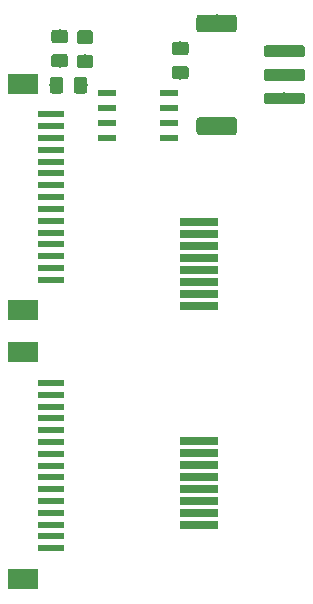
<source format=gbr>
G04 #@! TF.GenerationSoftware,KiCad,Pcbnew,(5.1.0)-1*
G04 #@! TF.CreationDate,2020-04-05T15:17:06+01:00*
G04 #@! TF.ProjectId,Camera Adapter,43616d65-7261-4204-9164-61707465722e,rev?*
G04 #@! TF.SameCoordinates,Original*
G04 #@! TF.FileFunction,Paste,Top*
G04 #@! TF.FilePolarity,Positive*
%FSLAX46Y46*%
G04 Gerber Fmt 4.6, Leading zero omitted, Abs format (unit mm)*
G04 Created by KiCad (PCBNEW (5.1.0)-1) date 2020-04-05 15:17:06*
%MOMM*%
%LPD*%
G04 APERTURE LIST*
%ADD10R,3.200000X0.700000*%
%ADD11C,0.100000*%
%ADD12C,1.150000*%
%ADD13C,1.000000*%
%ADD14C,1.500000*%
%ADD15R,1.650000X0.610000*%
%ADD16R,2.200000X0.600000*%
%ADD17R,2.600000X1.800000*%
G04 APERTURE END LIST*
D10*
X66200000Y-45930000D03*
X66200000Y-46950000D03*
X66200000Y-47970000D03*
X66200000Y-48990000D03*
X66200000Y-50010000D03*
X66200000Y-51030000D03*
X66200000Y-52050000D03*
X66200000Y-53070000D03*
D11*
G36*
X65117505Y-32709204D02*
G01*
X65141773Y-32712804D01*
X65165572Y-32718765D01*
X65188671Y-32727030D01*
X65210850Y-32737520D01*
X65231893Y-32750132D01*
X65251599Y-32764747D01*
X65269777Y-32781223D01*
X65286253Y-32799401D01*
X65300868Y-32819107D01*
X65313480Y-32840150D01*
X65323970Y-32862329D01*
X65332235Y-32885428D01*
X65338196Y-32909227D01*
X65341796Y-32933495D01*
X65343000Y-32957999D01*
X65343000Y-33608001D01*
X65341796Y-33632505D01*
X65338196Y-33656773D01*
X65332235Y-33680572D01*
X65323970Y-33703671D01*
X65313480Y-33725850D01*
X65300868Y-33746893D01*
X65286253Y-33766599D01*
X65269777Y-33784777D01*
X65251599Y-33801253D01*
X65231893Y-33815868D01*
X65210850Y-33828480D01*
X65188671Y-33838970D01*
X65165572Y-33847235D01*
X65141773Y-33853196D01*
X65117505Y-33856796D01*
X65093001Y-33858000D01*
X64192999Y-33858000D01*
X64168495Y-33856796D01*
X64144227Y-33853196D01*
X64120428Y-33847235D01*
X64097329Y-33838970D01*
X64075150Y-33828480D01*
X64054107Y-33815868D01*
X64034401Y-33801253D01*
X64016223Y-33784777D01*
X63999747Y-33766599D01*
X63985132Y-33746893D01*
X63972520Y-33725850D01*
X63962030Y-33703671D01*
X63953765Y-33680572D01*
X63947804Y-33656773D01*
X63944204Y-33632505D01*
X63943000Y-33608001D01*
X63943000Y-32957999D01*
X63944204Y-32933495D01*
X63947804Y-32909227D01*
X63953765Y-32885428D01*
X63962030Y-32862329D01*
X63972520Y-32840150D01*
X63985132Y-32819107D01*
X63999747Y-32799401D01*
X64016223Y-32781223D01*
X64034401Y-32764747D01*
X64054107Y-32750132D01*
X64075150Y-32737520D01*
X64097329Y-32727030D01*
X64120428Y-32718765D01*
X64144227Y-32712804D01*
X64168495Y-32709204D01*
X64192999Y-32708000D01*
X65093001Y-32708000D01*
X65117505Y-32709204D01*
X65117505Y-32709204D01*
G37*
D12*
X64643000Y-33283000D03*
D11*
G36*
X65117505Y-30659204D02*
G01*
X65141773Y-30662804D01*
X65165572Y-30668765D01*
X65188671Y-30677030D01*
X65210850Y-30687520D01*
X65231893Y-30700132D01*
X65251599Y-30714747D01*
X65269777Y-30731223D01*
X65286253Y-30749401D01*
X65300868Y-30769107D01*
X65313480Y-30790150D01*
X65323970Y-30812329D01*
X65332235Y-30835428D01*
X65338196Y-30859227D01*
X65341796Y-30883495D01*
X65343000Y-30907999D01*
X65343000Y-31558001D01*
X65341796Y-31582505D01*
X65338196Y-31606773D01*
X65332235Y-31630572D01*
X65323970Y-31653671D01*
X65313480Y-31675850D01*
X65300868Y-31696893D01*
X65286253Y-31716599D01*
X65269777Y-31734777D01*
X65251599Y-31751253D01*
X65231893Y-31765868D01*
X65210850Y-31778480D01*
X65188671Y-31788970D01*
X65165572Y-31797235D01*
X65141773Y-31803196D01*
X65117505Y-31806796D01*
X65093001Y-31808000D01*
X64192999Y-31808000D01*
X64168495Y-31806796D01*
X64144227Y-31803196D01*
X64120428Y-31797235D01*
X64097329Y-31788970D01*
X64075150Y-31778480D01*
X64054107Y-31765868D01*
X64034401Y-31751253D01*
X64016223Y-31734777D01*
X63999747Y-31716599D01*
X63985132Y-31696893D01*
X63972520Y-31675850D01*
X63962030Y-31653671D01*
X63953765Y-31630572D01*
X63947804Y-31606773D01*
X63944204Y-31582505D01*
X63943000Y-31558001D01*
X63943000Y-30907999D01*
X63944204Y-30883495D01*
X63947804Y-30859227D01*
X63953765Y-30835428D01*
X63962030Y-30812329D01*
X63972520Y-30790150D01*
X63985132Y-30769107D01*
X63999747Y-30749401D01*
X64016223Y-30731223D01*
X64034401Y-30714747D01*
X64054107Y-30700132D01*
X64075150Y-30687520D01*
X64097329Y-30677030D01*
X64120428Y-30668765D01*
X64144227Y-30662804D01*
X64168495Y-30659204D01*
X64192999Y-30658000D01*
X65093001Y-30658000D01*
X65117505Y-30659204D01*
X65117505Y-30659204D01*
G37*
D12*
X64643000Y-31233000D03*
D11*
G36*
X54894005Y-29643204D02*
G01*
X54918273Y-29646804D01*
X54942072Y-29652765D01*
X54965171Y-29661030D01*
X54987350Y-29671520D01*
X55008393Y-29684132D01*
X55028099Y-29698747D01*
X55046277Y-29715223D01*
X55062753Y-29733401D01*
X55077368Y-29753107D01*
X55089980Y-29774150D01*
X55100470Y-29796329D01*
X55108735Y-29819428D01*
X55114696Y-29843227D01*
X55118296Y-29867495D01*
X55119500Y-29891999D01*
X55119500Y-30542001D01*
X55118296Y-30566505D01*
X55114696Y-30590773D01*
X55108735Y-30614572D01*
X55100470Y-30637671D01*
X55089980Y-30659850D01*
X55077368Y-30680893D01*
X55062753Y-30700599D01*
X55046277Y-30718777D01*
X55028099Y-30735253D01*
X55008393Y-30749868D01*
X54987350Y-30762480D01*
X54965171Y-30772970D01*
X54942072Y-30781235D01*
X54918273Y-30787196D01*
X54894005Y-30790796D01*
X54869501Y-30792000D01*
X53969499Y-30792000D01*
X53944995Y-30790796D01*
X53920727Y-30787196D01*
X53896928Y-30781235D01*
X53873829Y-30772970D01*
X53851650Y-30762480D01*
X53830607Y-30749868D01*
X53810901Y-30735253D01*
X53792723Y-30718777D01*
X53776247Y-30700599D01*
X53761632Y-30680893D01*
X53749020Y-30659850D01*
X53738530Y-30637671D01*
X53730265Y-30614572D01*
X53724304Y-30590773D01*
X53720704Y-30566505D01*
X53719500Y-30542001D01*
X53719500Y-29891999D01*
X53720704Y-29867495D01*
X53724304Y-29843227D01*
X53730265Y-29819428D01*
X53738530Y-29796329D01*
X53749020Y-29774150D01*
X53761632Y-29753107D01*
X53776247Y-29733401D01*
X53792723Y-29715223D01*
X53810901Y-29698747D01*
X53830607Y-29684132D01*
X53851650Y-29671520D01*
X53873829Y-29661030D01*
X53896928Y-29652765D01*
X53920727Y-29646804D01*
X53944995Y-29643204D01*
X53969499Y-29642000D01*
X54869501Y-29642000D01*
X54894005Y-29643204D01*
X54894005Y-29643204D01*
G37*
D12*
X54419500Y-30217000D03*
D11*
G36*
X54894005Y-31693204D02*
G01*
X54918273Y-31696804D01*
X54942072Y-31702765D01*
X54965171Y-31711030D01*
X54987350Y-31721520D01*
X55008393Y-31734132D01*
X55028099Y-31748747D01*
X55046277Y-31765223D01*
X55062753Y-31783401D01*
X55077368Y-31803107D01*
X55089980Y-31824150D01*
X55100470Y-31846329D01*
X55108735Y-31869428D01*
X55114696Y-31893227D01*
X55118296Y-31917495D01*
X55119500Y-31941999D01*
X55119500Y-32592001D01*
X55118296Y-32616505D01*
X55114696Y-32640773D01*
X55108735Y-32664572D01*
X55100470Y-32687671D01*
X55089980Y-32709850D01*
X55077368Y-32730893D01*
X55062753Y-32750599D01*
X55046277Y-32768777D01*
X55028099Y-32785253D01*
X55008393Y-32799868D01*
X54987350Y-32812480D01*
X54965171Y-32822970D01*
X54942072Y-32831235D01*
X54918273Y-32837196D01*
X54894005Y-32840796D01*
X54869501Y-32842000D01*
X53969499Y-32842000D01*
X53944995Y-32840796D01*
X53920727Y-32837196D01*
X53896928Y-32831235D01*
X53873829Y-32822970D01*
X53851650Y-32812480D01*
X53830607Y-32799868D01*
X53810901Y-32785253D01*
X53792723Y-32768777D01*
X53776247Y-32750599D01*
X53761632Y-32730893D01*
X53749020Y-32709850D01*
X53738530Y-32687671D01*
X53730265Y-32664572D01*
X53724304Y-32640773D01*
X53720704Y-32616505D01*
X53719500Y-32592001D01*
X53719500Y-31941999D01*
X53720704Y-31917495D01*
X53724304Y-31893227D01*
X53730265Y-31869428D01*
X53738530Y-31846329D01*
X53749020Y-31824150D01*
X53761632Y-31803107D01*
X53776247Y-31783401D01*
X53792723Y-31765223D01*
X53810901Y-31748747D01*
X53830607Y-31734132D01*
X53851650Y-31721520D01*
X53873829Y-31711030D01*
X53896928Y-31702765D01*
X53920727Y-31696804D01*
X53944995Y-31693204D01*
X53969499Y-31692000D01*
X54869501Y-31692000D01*
X54894005Y-31693204D01*
X54894005Y-31693204D01*
G37*
D12*
X54419500Y-32267000D03*
D11*
G36*
X54506005Y-33654704D02*
G01*
X54530273Y-33658304D01*
X54554072Y-33664265D01*
X54577171Y-33672530D01*
X54599350Y-33683020D01*
X54620393Y-33695632D01*
X54640099Y-33710247D01*
X54658277Y-33726723D01*
X54674753Y-33744901D01*
X54689368Y-33764607D01*
X54701980Y-33785650D01*
X54712470Y-33807829D01*
X54720735Y-33830928D01*
X54726696Y-33854727D01*
X54730296Y-33878995D01*
X54731500Y-33903499D01*
X54731500Y-34803501D01*
X54730296Y-34828005D01*
X54726696Y-34852273D01*
X54720735Y-34876072D01*
X54712470Y-34899171D01*
X54701980Y-34921350D01*
X54689368Y-34942393D01*
X54674753Y-34962099D01*
X54658277Y-34980277D01*
X54640099Y-34996753D01*
X54620393Y-35011368D01*
X54599350Y-35023980D01*
X54577171Y-35034470D01*
X54554072Y-35042735D01*
X54530273Y-35048696D01*
X54506005Y-35052296D01*
X54481501Y-35053500D01*
X53831499Y-35053500D01*
X53806995Y-35052296D01*
X53782727Y-35048696D01*
X53758928Y-35042735D01*
X53735829Y-35034470D01*
X53713650Y-35023980D01*
X53692607Y-35011368D01*
X53672901Y-34996753D01*
X53654723Y-34980277D01*
X53638247Y-34962099D01*
X53623632Y-34942393D01*
X53611020Y-34921350D01*
X53600530Y-34899171D01*
X53592265Y-34876072D01*
X53586304Y-34852273D01*
X53582704Y-34828005D01*
X53581500Y-34803501D01*
X53581500Y-33903499D01*
X53582704Y-33878995D01*
X53586304Y-33854727D01*
X53592265Y-33830928D01*
X53600530Y-33807829D01*
X53611020Y-33785650D01*
X53623632Y-33764607D01*
X53638247Y-33744901D01*
X53654723Y-33726723D01*
X53672901Y-33710247D01*
X53692607Y-33695632D01*
X53713650Y-33683020D01*
X53735829Y-33672530D01*
X53758928Y-33664265D01*
X53782727Y-33658304D01*
X53806995Y-33654704D01*
X53831499Y-33653500D01*
X54481501Y-33653500D01*
X54506005Y-33654704D01*
X54506005Y-33654704D01*
G37*
D12*
X54156500Y-34353500D03*
D11*
G36*
X56556005Y-33654704D02*
G01*
X56580273Y-33658304D01*
X56604072Y-33664265D01*
X56627171Y-33672530D01*
X56649350Y-33683020D01*
X56670393Y-33695632D01*
X56690099Y-33710247D01*
X56708277Y-33726723D01*
X56724753Y-33744901D01*
X56739368Y-33764607D01*
X56751980Y-33785650D01*
X56762470Y-33807829D01*
X56770735Y-33830928D01*
X56776696Y-33854727D01*
X56780296Y-33878995D01*
X56781500Y-33903499D01*
X56781500Y-34803501D01*
X56780296Y-34828005D01*
X56776696Y-34852273D01*
X56770735Y-34876072D01*
X56762470Y-34899171D01*
X56751980Y-34921350D01*
X56739368Y-34942393D01*
X56724753Y-34962099D01*
X56708277Y-34980277D01*
X56690099Y-34996753D01*
X56670393Y-35011368D01*
X56649350Y-35023980D01*
X56627171Y-35034470D01*
X56604072Y-35042735D01*
X56580273Y-35048696D01*
X56556005Y-35052296D01*
X56531501Y-35053500D01*
X55881499Y-35053500D01*
X55856995Y-35052296D01*
X55832727Y-35048696D01*
X55808928Y-35042735D01*
X55785829Y-35034470D01*
X55763650Y-35023980D01*
X55742607Y-35011368D01*
X55722901Y-34996753D01*
X55704723Y-34980277D01*
X55688247Y-34962099D01*
X55673632Y-34942393D01*
X55661020Y-34921350D01*
X55650530Y-34899171D01*
X55642265Y-34876072D01*
X55636304Y-34852273D01*
X55632704Y-34828005D01*
X55631500Y-34803501D01*
X55631500Y-33903499D01*
X55632704Y-33878995D01*
X55636304Y-33854727D01*
X55642265Y-33830928D01*
X55650530Y-33807829D01*
X55661020Y-33785650D01*
X55673632Y-33764607D01*
X55688247Y-33744901D01*
X55704723Y-33726723D01*
X55722901Y-33710247D01*
X55742607Y-33695632D01*
X55763650Y-33683020D01*
X55785829Y-33672530D01*
X55808928Y-33664265D01*
X55832727Y-33658304D01*
X55856995Y-33654704D01*
X55881499Y-33653500D01*
X56531501Y-33653500D01*
X56556005Y-33654704D01*
X56556005Y-33654704D01*
G37*
D12*
X56206500Y-34353500D03*
D11*
G36*
X74986504Y-30965704D02*
G01*
X75010773Y-30969304D01*
X75034571Y-30975265D01*
X75057671Y-30983530D01*
X75079849Y-30994020D01*
X75100893Y-31006633D01*
X75120598Y-31021247D01*
X75138777Y-31037723D01*
X75155253Y-31055902D01*
X75169867Y-31075607D01*
X75182480Y-31096651D01*
X75192970Y-31118829D01*
X75201235Y-31141929D01*
X75207196Y-31165727D01*
X75210796Y-31189996D01*
X75212000Y-31214500D01*
X75212000Y-31714500D01*
X75210796Y-31739004D01*
X75207196Y-31763273D01*
X75201235Y-31787071D01*
X75192970Y-31810171D01*
X75182480Y-31832349D01*
X75169867Y-31853393D01*
X75155253Y-31873098D01*
X75138777Y-31891277D01*
X75120598Y-31907753D01*
X75100893Y-31922367D01*
X75079849Y-31934980D01*
X75057671Y-31945470D01*
X75034571Y-31953735D01*
X75010773Y-31959696D01*
X74986504Y-31963296D01*
X74962000Y-31964500D01*
X71962000Y-31964500D01*
X71937496Y-31963296D01*
X71913227Y-31959696D01*
X71889429Y-31953735D01*
X71866329Y-31945470D01*
X71844151Y-31934980D01*
X71823107Y-31922367D01*
X71803402Y-31907753D01*
X71785223Y-31891277D01*
X71768747Y-31873098D01*
X71754133Y-31853393D01*
X71741520Y-31832349D01*
X71731030Y-31810171D01*
X71722765Y-31787071D01*
X71716804Y-31763273D01*
X71713204Y-31739004D01*
X71712000Y-31714500D01*
X71712000Y-31214500D01*
X71713204Y-31189996D01*
X71716804Y-31165727D01*
X71722765Y-31141929D01*
X71731030Y-31118829D01*
X71741520Y-31096651D01*
X71754133Y-31075607D01*
X71768747Y-31055902D01*
X71785223Y-31037723D01*
X71803402Y-31021247D01*
X71823107Y-31006633D01*
X71844151Y-30994020D01*
X71866329Y-30983530D01*
X71889429Y-30975265D01*
X71913227Y-30969304D01*
X71937496Y-30965704D01*
X71962000Y-30964500D01*
X74962000Y-30964500D01*
X74986504Y-30965704D01*
X74986504Y-30965704D01*
G37*
D13*
X73462000Y-31464500D03*
D11*
G36*
X74986504Y-32965704D02*
G01*
X75010773Y-32969304D01*
X75034571Y-32975265D01*
X75057671Y-32983530D01*
X75079849Y-32994020D01*
X75100893Y-33006633D01*
X75120598Y-33021247D01*
X75138777Y-33037723D01*
X75155253Y-33055902D01*
X75169867Y-33075607D01*
X75182480Y-33096651D01*
X75192970Y-33118829D01*
X75201235Y-33141929D01*
X75207196Y-33165727D01*
X75210796Y-33189996D01*
X75212000Y-33214500D01*
X75212000Y-33714500D01*
X75210796Y-33739004D01*
X75207196Y-33763273D01*
X75201235Y-33787071D01*
X75192970Y-33810171D01*
X75182480Y-33832349D01*
X75169867Y-33853393D01*
X75155253Y-33873098D01*
X75138777Y-33891277D01*
X75120598Y-33907753D01*
X75100893Y-33922367D01*
X75079849Y-33934980D01*
X75057671Y-33945470D01*
X75034571Y-33953735D01*
X75010773Y-33959696D01*
X74986504Y-33963296D01*
X74962000Y-33964500D01*
X71962000Y-33964500D01*
X71937496Y-33963296D01*
X71913227Y-33959696D01*
X71889429Y-33953735D01*
X71866329Y-33945470D01*
X71844151Y-33934980D01*
X71823107Y-33922367D01*
X71803402Y-33907753D01*
X71785223Y-33891277D01*
X71768747Y-33873098D01*
X71754133Y-33853393D01*
X71741520Y-33832349D01*
X71731030Y-33810171D01*
X71722765Y-33787071D01*
X71716804Y-33763273D01*
X71713204Y-33739004D01*
X71712000Y-33714500D01*
X71712000Y-33214500D01*
X71713204Y-33189996D01*
X71716804Y-33165727D01*
X71722765Y-33141929D01*
X71731030Y-33118829D01*
X71741520Y-33096651D01*
X71754133Y-33075607D01*
X71768747Y-33055902D01*
X71785223Y-33037723D01*
X71803402Y-33021247D01*
X71823107Y-33006633D01*
X71844151Y-32994020D01*
X71866329Y-32983530D01*
X71889429Y-32975265D01*
X71913227Y-32969304D01*
X71937496Y-32965704D01*
X71962000Y-32964500D01*
X74962000Y-32964500D01*
X74986504Y-32965704D01*
X74986504Y-32965704D01*
G37*
D13*
X73462000Y-33464500D03*
D11*
G36*
X74986504Y-34965704D02*
G01*
X75010773Y-34969304D01*
X75034571Y-34975265D01*
X75057671Y-34983530D01*
X75079849Y-34994020D01*
X75100893Y-35006633D01*
X75120598Y-35021247D01*
X75138777Y-35037723D01*
X75155253Y-35055902D01*
X75169867Y-35075607D01*
X75182480Y-35096651D01*
X75192970Y-35118829D01*
X75201235Y-35141929D01*
X75207196Y-35165727D01*
X75210796Y-35189996D01*
X75212000Y-35214500D01*
X75212000Y-35714500D01*
X75210796Y-35739004D01*
X75207196Y-35763273D01*
X75201235Y-35787071D01*
X75192970Y-35810171D01*
X75182480Y-35832349D01*
X75169867Y-35853393D01*
X75155253Y-35873098D01*
X75138777Y-35891277D01*
X75120598Y-35907753D01*
X75100893Y-35922367D01*
X75079849Y-35934980D01*
X75057671Y-35945470D01*
X75034571Y-35953735D01*
X75010773Y-35959696D01*
X74986504Y-35963296D01*
X74962000Y-35964500D01*
X71962000Y-35964500D01*
X71937496Y-35963296D01*
X71913227Y-35959696D01*
X71889429Y-35953735D01*
X71866329Y-35945470D01*
X71844151Y-35934980D01*
X71823107Y-35922367D01*
X71803402Y-35907753D01*
X71785223Y-35891277D01*
X71768747Y-35873098D01*
X71754133Y-35853393D01*
X71741520Y-35832349D01*
X71731030Y-35810171D01*
X71722765Y-35787071D01*
X71716804Y-35763273D01*
X71713204Y-35739004D01*
X71712000Y-35714500D01*
X71712000Y-35214500D01*
X71713204Y-35189996D01*
X71716804Y-35165727D01*
X71722765Y-35141929D01*
X71731030Y-35118829D01*
X71741520Y-35096651D01*
X71754133Y-35075607D01*
X71768747Y-35055902D01*
X71785223Y-35037723D01*
X71803402Y-35021247D01*
X71823107Y-35006633D01*
X71844151Y-34994020D01*
X71866329Y-34983530D01*
X71889429Y-34975265D01*
X71913227Y-34969304D01*
X71937496Y-34965704D01*
X71962000Y-34964500D01*
X74962000Y-34964500D01*
X74986504Y-34965704D01*
X74986504Y-34965704D01*
G37*
D13*
X73462000Y-35464500D03*
D11*
G36*
X69186504Y-28365704D02*
G01*
X69210773Y-28369304D01*
X69234571Y-28375265D01*
X69257671Y-28383530D01*
X69279849Y-28394020D01*
X69300893Y-28406633D01*
X69320598Y-28421247D01*
X69338777Y-28437723D01*
X69355253Y-28455902D01*
X69369867Y-28475607D01*
X69382480Y-28496651D01*
X69392970Y-28518829D01*
X69401235Y-28541929D01*
X69407196Y-28565727D01*
X69410796Y-28589996D01*
X69412000Y-28614500D01*
X69412000Y-29614500D01*
X69410796Y-29639004D01*
X69407196Y-29663273D01*
X69401235Y-29687071D01*
X69392970Y-29710171D01*
X69382480Y-29732349D01*
X69369867Y-29753393D01*
X69355253Y-29773098D01*
X69338777Y-29791277D01*
X69320598Y-29807753D01*
X69300893Y-29822367D01*
X69279849Y-29834980D01*
X69257671Y-29845470D01*
X69234571Y-29853735D01*
X69210773Y-29859696D01*
X69186504Y-29863296D01*
X69162000Y-29864500D01*
X66262000Y-29864500D01*
X66237496Y-29863296D01*
X66213227Y-29859696D01*
X66189429Y-29853735D01*
X66166329Y-29845470D01*
X66144151Y-29834980D01*
X66123107Y-29822367D01*
X66103402Y-29807753D01*
X66085223Y-29791277D01*
X66068747Y-29773098D01*
X66054133Y-29753393D01*
X66041520Y-29732349D01*
X66031030Y-29710171D01*
X66022765Y-29687071D01*
X66016804Y-29663273D01*
X66013204Y-29639004D01*
X66012000Y-29614500D01*
X66012000Y-28614500D01*
X66013204Y-28589996D01*
X66016804Y-28565727D01*
X66022765Y-28541929D01*
X66031030Y-28518829D01*
X66041520Y-28496651D01*
X66054133Y-28475607D01*
X66068747Y-28455902D01*
X66085223Y-28437723D01*
X66103402Y-28421247D01*
X66123107Y-28406633D01*
X66144151Y-28394020D01*
X66166329Y-28383530D01*
X66189429Y-28375265D01*
X66213227Y-28369304D01*
X66237496Y-28365704D01*
X66262000Y-28364500D01*
X69162000Y-28364500D01*
X69186504Y-28365704D01*
X69186504Y-28365704D01*
G37*
D14*
X67712000Y-29114500D03*
D11*
G36*
X69186504Y-37065704D02*
G01*
X69210773Y-37069304D01*
X69234571Y-37075265D01*
X69257671Y-37083530D01*
X69279849Y-37094020D01*
X69300893Y-37106633D01*
X69320598Y-37121247D01*
X69338777Y-37137723D01*
X69355253Y-37155902D01*
X69369867Y-37175607D01*
X69382480Y-37196651D01*
X69392970Y-37218829D01*
X69401235Y-37241929D01*
X69407196Y-37265727D01*
X69410796Y-37289996D01*
X69412000Y-37314500D01*
X69412000Y-38314500D01*
X69410796Y-38339004D01*
X69407196Y-38363273D01*
X69401235Y-38387071D01*
X69392970Y-38410171D01*
X69382480Y-38432349D01*
X69369867Y-38453393D01*
X69355253Y-38473098D01*
X69338777Y-38491277D01*
X69320598Y-38507753D01*
X69300893Y-38522367D01*
X69279849Y-38534980D01*
X69257671Y-38545470D01*
X69234571Y-38553735D01*
X69210773Y-38559696D01*
X69186504Y-38563296D01*
X69162000Y-38564500D01*
X66262000Y-38564500D01*
X66237496Y-38563296D01*
X66213227Y-38559696D01*
X66189429Y-38553735D01*
X66166329Y-38545470D01*
X66144151Y-38534980D01*
X66123107Y-38522367D01*
X66103402Y-38507753D01*
X66085223Y-38491277D01*
X66068747Y-38473098D01*
X66054133Y-38453393D01*
X66041520Y-38432349D01*
X66031030Y-38410171D01*
X66022765Y-38387071D01*
X66016804Y-38363273D01*
X66013204Y-38339004D01*
X66012000Y-38314500D01*
X66012000Y-37314500D01*
X66013204Y-37289996D01*
X66016804Y-37265727D01*
X66022765Y-37241929D01*
X66031030Y-37218829D01*
X66041520Y-37196651D01*
X66054133Y-37175607D01*
X66068747Y-37155902D01*
X66085223Y-37137723D01*
X66103402Y-37121247D01*
X66123107Y-37106633D01*
X66144151Y-37094020D01*
X66166329Y-37083530D01*
X66189429Y-37075265D01*
X66213227Y-37069304D01*
X66237496Y-37065704D01*
X66262000Y-37064500D01*
X69162000Y-37064500D01*
X69186504Y-37065704D01*
X69186504Y-37065704D01*
G37*
D14*
X67712000Y-37814500D03*
D10*
X66200000Y-71570000D03*
X66200000Y-70550000D03*
X66200000Y-69530000D03*
X66200000Y-68510000D03*
X66200000Y-67490000D03*
X66200000Y-66470000D03*
X66200000Y-65450000D03*
X66200000Y-64430000D03*
D11*
G36*
X57053005Y-31756704D02*
G01*
X57077273Y-31760304D01*
X57101072Y-31766265D01*
X57124171Y-31774530D01*
X57146350Y-31785020D01*
X57167393Y-31797632D01*
X57187099Y-31812247D01*
X57205277Y-31828723D01*
X57221753Y-31846901D01*
X57236368Y-31866607D01*
X57248980Y-31887650D01*
X57259470Y-31909829D01*
X57267735Y-31932928D01*
X57273696Y-31956727D01*
X57277296Y-31980995D01*
X57278500Y-32005499D01*
X57278500Y-32655501D01*
X57277296Y-32680005D01*
X57273696Y-32704273D01*
X57267735Y-32728072D01*
X57259470Y-32751171D01*
X57248980Y-32773350D01*
X57236368Y-32794393D01*
X57221753Y-32814099D01*
X57205277Y-32832277D01*
X57187099Y-32848753D01*
X57167393Y-32863368D01*
X57146350Y-32875980D01*
X57124171Y-32886470D01*
X57101072Y-32894735D01*
X57077273Y-32900696D01*
X57053005Y-32904296D01*
X57028501Y-32905500D01*
X56128499Y-32905500D01*
X56103995Y-32904296D01*
X56079727Y-32900696D01*
X56055928Y-32894735D01*
X56032829Y-32886470D01*
X56010650Y-32875980D01*
X55989607Y-32863368D01*
X55969901Y-32848753D01*
X55951723Y-32832277D01*
X55935247Y-32814099D01*
X55920632Y-32794393D01*
X55908020Y-32773350D01*
X55897530Y-32751171D01*
X55889265Y-32728072D01*
X55883304Y-32704273D01*
X55879704Y-32680005D01*
X55878500Y-32655501D01*
X55878500Y-32005499D01*
X55879704Y-31980995D01*
X55883304Y-31956727D01*
X55889265Y-31932928D01*
X55897530Y-31909829D01*
X55908020Y-31887650D01*
X55920632Y-31866607D01*
X55935247Y-31846901D01*
X55951723Y-31828723D01*
X55969901Y-31812247D01*
X55989607Y-31797632D01*
X56010650Y-31785020D01*
X56032829Y-31774530D01*
X56055928Y-31766265D01*
X56079727Y-31760304D01*
X56103995Y-31756704D01*
X56128499Y-31755500D01*
X57028501Y-31755500D01*
X57053005Y-31756704D01*
X57053005Y-31756704D01*
G37*
D12*
X56578500Y-32330500D03*
D11*
G36*
X57053005Y-29706704D02*
G01*
X57077273Y-29710304D01*
X57101072Y-29716265D01*
X57124171Y-29724530D01*
X57146350Y-29735020D01*
X57167393Y-29747632D01*
X57187099Y-29762247D01*
X57205277Y-29778723D01*
X57221753Y-29796901D01*
X57236368Y-29816607D01*
X57248980Y-29837650D01*
X57259470Y-29859829D01*
X57267735Y-29882928D01*
X57273696Y-29906727D01*
X57277296Y-29930995D01*
X57278500Y-29955499D01*
X57278500Y-30605501D01*
X57277296Y-30630005D01*
X57273696Y-30654273D01*
X57267735Y-30678072D01*
X57259470Y-30701171D01*
X57248980Y-30723350D01*
X57236368Y-30744393D01*
X57221753Y-30764099D01*
X57205277Y-30782277D01*
X57187099Y-30798753D01*
X57167393Y-30813368D01*
X57146350Y-30825980D01*
X57124171Y-30836470D01*
X57101072Y-30844735D01*
X57077273Y-30850696D01*
X57053005Y-30854296D01*
X57028501Y-30855500D01*
X56128499Y-30855500D01*
X56103995Y-30854296D01*
X56079727Y-30850696D01*
X56055928Y-30844735D01*
X56032829Y-30836470D01*
X56010650Y-30825980D01*
X55989607Y-30813368D01*
X55969901Y-30798753D01*
X55951723Y-30782277D01*
X55935247Y-30764099D01*
X55920632Y-30744393D01*
X55908020Y-30723350D01*
X55897530Y-30701171D01*
X55889265Y-30678072D01*
X55883304Y-30654273D01*
X55879704Y-30630005D01*
X55878500Y-30605501D01*
X55878500Y-29955499D01*
X55879704Y-29930995D01*
X55883304Y-29906727D01*
X55889265Y-29882928D01*
X55897530Y-29859829D01*
X55908020Y-29837650D01*
X55920632Y-29816607D01*
X55935247Y-29796901D01*
X55951723Y-29778723D01*
X55969901Y-29762247D01*
X55989607Y-29747632D01*
X56010650Y-29735020D01*
X56032829Y-29724530D01*
X56055928Y-29716265D01*
X56079727Y-29710304D01*
X56103995Y-29706704D01*
X56128499Y-29705500D01*
X57028501Y-29705500D01*
X57053005Y-29706704D01*
X57053005Y-29706704D01*
G37*
D12*
X56578500Y-30280500D03*
D15*
X58393500Y-38798500D03*
X58393500Y-37528500D03*
X58393500Y-36258500D03*
X58393500Y-34988500D03*
X63653500Y-34988500D03*
X63653500Y-36258500D03*
X63653500Y-37528500D03*
X63653500Y-38798500D03*
D16*
X53708000Y-40815000D03*
X53708000Y-39815000D03*
X53708000Y-41815000D03*
X53708000Y-38815000D03*
D17*
X51308000Y-53415000D03*
X51308000Y-34215000D03*
D16*
X53708000Y-37815000D03*
X53708000Y-36815000D03*
X53708000Y-42815000D03*
X53708000Y-43815000D03*
X53708000Y-44815000D03*
X53708000Y-45815000D03*
X53708000Y-46815000D03*
X53708000Y-47815000D03*
X53708000Y-48815000D03*
X53708000Y-49815000D03*
X53708000Y-50815000D03*
X53708000Y-73548000D03*
X53708000Y-72548000D03*
X53708000Y-71548000D03*
X53708000Y-70548000D03*
X53708000Y-69548000D03*
X53708000Y-68548000D03*
X53708000Y-67548000D03*
X53708000Y-66548000D03*
X53708000Y-65548000D03*
X53708000Y-59548000D03*
X53708000Y-60548000D03*
D17*
X51308000Y-56948000D03*
X51308000Y-76148000D03*
D16*
X53708000Y-61548000D03*
X53708000Y-64548000D03*
X53708000Y-62548000D03*
X53708000Y-63548000D03*
M02*

</source>
